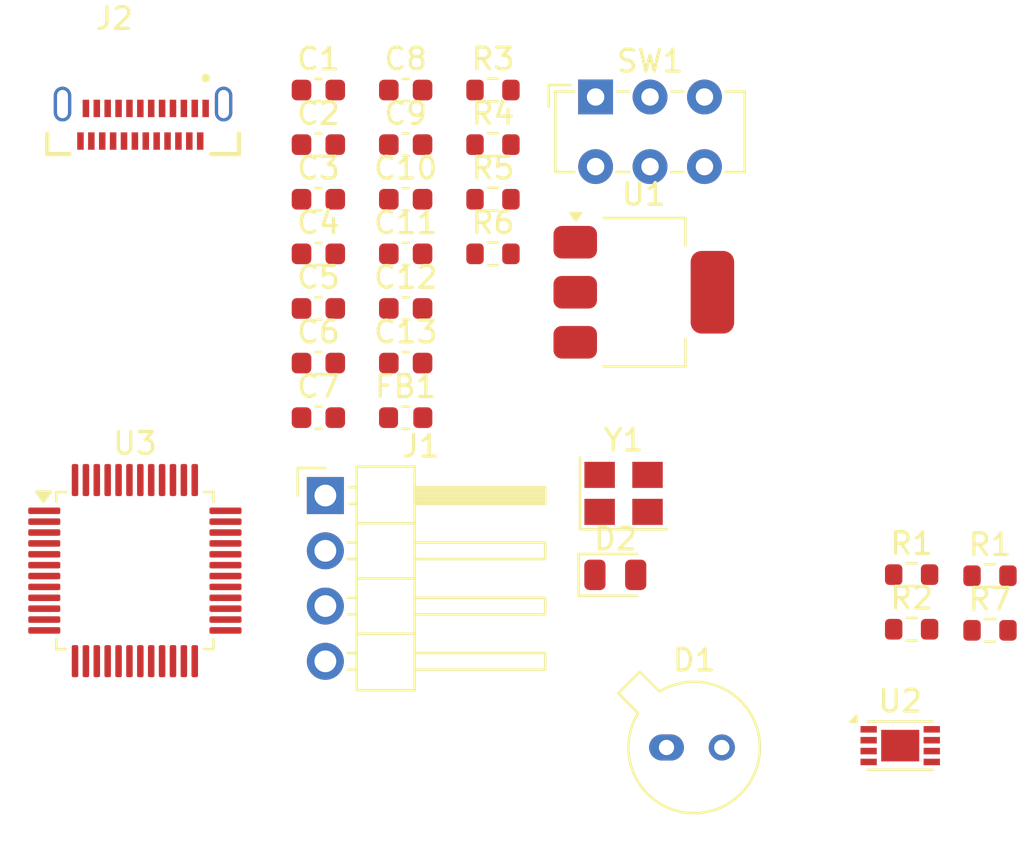
<source format=kicad_pcb>
(kicad_pcb (version 20240108) (generator "pcbnew") (generator_version "8.0")
  (layers (0 "F.Cu" signal) (31 "B.Cu" signal) (34 "B.Paste" user) (35 "F.Paste" user) (36 "B.SilkS" user "B.Silkscreen") (37 "F.SilkS" user "F.Silkscreen") (38 "B.Mask" user) (39 "F.Mask" user) (44 "Edge.Cuts" user))
  (net 0 "")
  (net 1 "VBUS")
  (net 2 "GND")
  (net 3 "+3V3")
  (net 4 "/NRST")
  (net 5 "/HSE_IN")
  (net 6 "/HSE_OUT")
  (net 7 "+3V3_A")
  (net 8 "/PWR_LED_K")
  (net 9 "/SWCLK")
  (net 10 "/SWDIO")
  (net 11 "/USB_D-")
  (net 12 "/USB_D+")
  (net 13 "/SW_BOOT0")
  (net 14 "/BOOT0")
  (net 15 "/I2C1_SDA_OLED")
  (net 16 "/I2C1_SCL_OLED")
  (net 17 "Net-(D1-K)")
  (net 28 "Net-(J2-CC1)")
  (net 38 "Net-(U2A--)")
  (net 39 "/hit_register")
  (net 67 "Net-(D3-K)")
  (net 68 "/hit_indicator")
  (footprint "Resistor_SMD:R_0603_1608Metric" (layer "F.Cu") (at 180.725 86.95)
    (property "Reference" "R7" (at 0 -1.43 0) (layer "F.SilkS"))
    (property "Value" "1M")
    (fp_line (start -0.237258 -0.5225) (end 0.237258 -0.5225) (stroke (width 0.12)) (layer "F.SilkS"))
    (fp_line (start -0.237258 0.5225) (end 0.237258 0.5225) (stroke (width 0.12)) (layer "F.SilkS"))
    (pad "1" smd roundrect (at -0.825 0) (size 0.8 0.95) (layers "F.Cu" "F.Paste" "F.Mask") (net 39 "/hit_register"))
    (pad "2" smd roundrect (at 0.825 0) (size 0.8 0.95) (layers "F.Cu" "F.Paste" "F.Mask") (net 17 "Net-(D1-K)"))
  )
  (footprint "Capacitor_SMD:C_0603_1608Metric" (layer "F.Cu") (at 153.8825 74.665)
    (property "Reference" "C13" (at 0 -1.43 0) (layer "F.SilkS"))
    (property "Value" "1uF")
    (fp_line (start -0.14058 -0.51) (end 0.14058 -0.51) (stroke (width 0.12)) (layer "F.SilkS"))
    (fp_line (start -0.14058 0.51) (end 0.14058 0.51) (stroke (width 0.12)) (layer "F.SilkS"))
    (pad "1" smd roundrect (at -0.775 0) (size 0.9 0.95) (layers "F.Cu" "F.Paste" "F.Mask") (net 3 "+3V3"))
    (pad "2" smd roundrect (at 0.775 0) (size 0.9 0.95) (layers "F.Cu" "F.Paste" "F.Mask") (net 2 "GND"))
  )
  (footprint "Capacitor_SMD:C_0603_1608Metric" (layer "F.Cu") (at 149.8725 67.135)
    (property "Reference" "C3" (at 0 -1.43 0) (layer "F.SilkS"))
    (property "Value" "10uF")
    (fp_line (start -0.14058 -0.51) (end 0.14058 -0.51) (stroke (width 0.12)) (layer "F.SilkS"))
    (fp_line (start -0.14058 0.51) (end 0.14058 0.51) (stroke (width 0.12)) (layer "F.SilkS"))
    (pad "1" smd roundrect (at -0.775 0) (size 0.9 0.95) (layers "F.Cu" "F.Paste" "F.Mask") (net 3 "+3V3"))
    (pad "2" smd roundrect (at 0.775 0) (size 0.9 0.95) (layers "F.Cu" "F.Paste" "F.Mask") (net 2 "GND"))
  )
  (footprint "Resistor_SMD:R_0603_1608Metric" (layer "F.Cu") (at 157.8925 67.135)
    (property "Reference" "R5" (at 0 -1.43 0) (layer "F.SilkS"))
    (property "Value" "1.5K")
    (fp_line (start -0.237258 -0.5225) (end 0.237258 -0.5225) (stroke (width 0.12)) (layer "F.SilkS"))
    (fp_line (start -0.237258 0.5225) (end 0.237258 0.5225) (stroke (width 0.12)) (layer "F.SilkS"))
    (pad "1" smd roundrect (at -0.825 0) (size 0.8 0.95) (layers "F.Cu" "F.Paste" "F.Mask") (net 12 "/USB_D+"))
    (pad "2" smd roundrect (at 0.825 0) (size 0.8 0.95) (layers "F.Cu" "F.Paste" "F.Mask") (net 3 "+3V3"))
  )
  (footprint "Capacitor_SMD:C_0603_1608Metric" (layer "F.Cu") (at 153.8825 72.155)
    (property "Reference" "C12" (at 0 -1.43 0) (layer "F.SilkS"))
    (property "Value" "1uF")
    (fp_line (start -0.14058 -0.51) (end 0.14058 -0.51) (stroke (width 0.12)) (layer "F.SilkS"))
    (fp_line (start -0.14058 0.51) (end 0.14058 0.51) (stroke (width 0.12)) (layer "F.SilkS"))
    (pad "1" smd roundrect (at -0.775 0) (size 0.9 0.95) (layers "F.Cu" "F.Paste" "F.Mask") (net 7 "+3V3_A"))
    (pad "2" smd roundrect (at 0.775 0) (size 0.9 0.95) (layers "F.Cu" "F.Paste" "F.Mask") (net 2 "GND"))
  )
  (footprint "Capacitor_SMD:C_0603_1608Metric" (layer "F.Cu") (at 153.8825 62.115)
    (property "Reference" "C8" (at 0 -1.43 0) (layer "F.SilkS"))
    (property "Value" "100nF")
    (fp_line (start -0.14058 -0.51) (end 0.14058 -0.51) (stroke (width 0.12)) (layer "F.SilkS"))
    (fp_line (start -0.14058 0.51) (end 0.14058 0.51) (stroke (width 0.12)) (layer "F.SilkS"))
    (pad "1" smd roundrect (at -0.775 0) (size 0.9 0.95) (layers "F.Cu" "F.Paste" "F.Mask") (net 3 "+3V3"))
    (pad "2" smd roundrect (at 0.775 0) (size 0.9 0.95) (layers "F.Cu" "F.Paste" "F.Mask") (net 2 "GND"))
  )
  (footprint "Capacitor_SMD:C_0603_1608Metric" (layer "F.Cu") (at 149.8725 72.155)
    (property "Reference" "C5" (at 0 -1.43 0) (layer "F.SilkS"))
    (property "Value" "10pF")
    (fp_line (start -0.14058 -0.51) (end 0.14058 -0.51) (stroke (width 0.12)) (layer "F.SilkS"))
    (fp_line (start -0.14058 0.51) (end 0.14058 0.51) (stroke (width 0.12)) (layer "F.SilkS"))
    (pad "1" smd roundrect (at -0.775 0) (size 0.9 0.95) (layers "F.Cu" "F.Paste" "F.Mask") (net 5 "/HSE_IN"))
    (pad "2" smd roundrect (at 0.775 0) (size 0.9 0.95) (layers "F.Cu" "F.Paste" "F.Mask") (net 2 "GND"))
  )
  (footprint "Inductor_SMD:L_0603_1608Metric" (layer "F.Cu") (at 153.8825 77.175)
    (property "Reference" "FB1" (at 0 -1.43 0) (layer "F.SilkS"))
    (property "Value" "120R")
    (fp_line (start -0.162779 -0.51) (end 0.162779 -0.51) (stroke (width 0.12)) (layer "F.SilkS"))
    (fp_line (start -0.162779 0.51) (end 0.162779 0.51) (stroke (width 0.12)) (layer "F.SilkS"))
    (pad "1" smd roundrect (at -0.7875 0) (size 0.875 0.95) (layers "F.Cu" "F.Paste" "F.Mask") (net 7 "+3V3_A"))
    (pad "2" smd roundrect (at 0.7875 0) (size 0.875 0.95) (layers "F.Cu" "F.Paste" "F.Mask") (net 3 "+3V3"))
  )
  (footprint "Resistor_SMD:R_0603_1608Metric" (layer "F.Cu") (at 157.8925 64.625)
    (property "Reference" "R4" (at 0 -1.43 0) (layer "F.SilkS"))
    (property "Value" "10K")
    (fp_line (start -0.237258 -0.5225) (end 0.237258 -0.5225) (stroke (width 0.12)) (layer "F.SilkS"))
    (fp_line (start -0.237258 0.5225) (end 0.237258 0.5225) (stroke (width 0.12)) (layer "F.SilkS"))
    (pad "1" smd roundrect (at -0.825 0) (size 0.8 0.95) (layers "F.Cu" "F.Paste" "F.Mask") (net 13 "/SW_BOOT0"))
    (pad "2" smd roundrect (at 0.825 0) (size 0.8 0.95) (layers "F.Cu" "F.Paste" "F.Mask") (net 14 "/BOOT0"))
  )
  (footprint "Button_Switch_THT:SW_E-Switch_EG1271_SPDT" (layer "F.Cu") (at 162.6075 62.435)
    (property "Reference" "SW1" (at 2.5 -1.65 0) (layer "F.SilkS"))
    (property "Value" "SW_SPDT")
    (fp_line (start -2.15 -0.55) (end -1.15 -0.55) (stroke (width 0.12)) (layer "F.SilkS"))
    (fp_line (start -2.15 0.45) (end -2.15 -0.55) (stroke (width 0.12)) (layer "F.SilkS"))
    (fp_line (start -1.85 -0.25) (end -1 -0.25) (stroke (width 0.12)) (layer "F.SilkS"))
    (fp_line (start -1.85 3.45) (end -1.85 -0.25) (stroke (width 0.12)) (layer "F.SilkS"))
    (fp_line (start -0.97 3.45) (end -1.85 3.45) (stroke (width 0.12)) (layer "F.SilkS"))
    (fp_line (start 1 -0.25) (end 1.53 -0.25) (stroke (width 0.12)) (layer "F.SilkS"))
    (fp_line (start 1.53 3.45) (end 0.97 3.45) (stroke (width 0.12)) (layer "F.SilkS"))
    (fp_line (start 3.47 -0.25) (end 4.03 -0.25) (stroke (width 0.12)) (layer "F.SilkS"))
    (fp_line (start 4.02 3.45) (end 3.47 3.45) (stroke (width 0.12)) (layer "F.SilkS"))
    (fp_line (start 5.97 -0.25) (end 6.85 -0.25) (stroke (width 0.12)) (layer "F.SilkS"))
    (fp_line (start 6.85 -0.25) (end 6.85 3.45) (stroke (width 0.12)) (layer "F.SilkS"))
    (fp_line (start 6.85 3.45) (end 5.98 3.45) (stroke (width 0.12)) (layer "F.SilkS"))
    (pad "1" thru_hole rect (at 0 0) (size 1.6 1.6) (drill 0.8) (layers "*.Cu" "*.Mask") (net 2 "GND"))
    (pad "2" thru_hole circle (at 2.5 0) (size 1.6 1.6) (drill 0.8) (layers "*.Cu" "*.Mask") (net 13 "/SW_BOOT0"))
    (pad "3" thru_hole circle (at 5 0) (size 1.6 1.6) (drill 0.8) (layers "*.Cu" "*.Mask") (net 3 "+3V3"))
    (pad "4" thru_hole circle (at 0 3.2) (size 1.6 1.6) (drill 0.8) (layers "*.Cu" "*.Mask"))
    (pad "5" thru_hole circle (at 2.5 3.2) (size 1.6 1.6) (drill 0.8) (layers "*.Cu" "*.Mask"))
    (pad "6" thru_hole circle (at 5 3.2) (size 1.6 1.6) (drill 0.8) (layers "*.Cu" "*.Mask"))
  )
  (footprint "Package_QFP:LQFP-48_7x7mm_P0.5mm" (layer "F.Cu") (at 141.4425 84.205)
    (property "Reference" "U3" (at 0 -5.85 0) (layer "F.SilkS"))
    (property "Value" "STM32F103C8T6")
    (fp_line (start -3.61 -3.61) (end -3.61 -3.16) (stroke (width 0.12)) (layer "F.SilkS"))
    (fp_line (start -3.61 3.61) (end -3.61 3.16) (stroke (width 0.12)) (layer "F.SilkS"))
    (fp_line (start -3.16 -3.61) (end -3.61 -3.61) (stroke (width 0.12)) (layer "F.SilkS"))
    (fp_line (start -3.16 3.61) (end -3.61 3.61) (stroke (width 0.12)) (layer "F.SilkS"))
    (fp_line (start 3.16 -3.61) (end 3.61 -3.61) (stroke (width 0.12)) (layer "F.SilkS"))
    (fp_line (start 3.16 3.61) (end 3.61 3.61) (stroke (width 0.12)) (layer "F.SilkS"))
    (fp_line (start 3.61 -3.61) (end 3.61 -3.16) (stroke (width 0.12)) (layer "F.SilkS"))
    (fp_line (start 3.61 3.61) (end 3.61 3.16) (stroke (width 0.12)) (layer "F.SilkS"))
    (fp_poly (pts (xy -4.2 -3.16) (xy -4.54 -3.63) (xy -3.86 -3.63) (xy -4.2 -3.16)) (stroke (width 0.12)) (fill solid) (layer "F.SilkS"))
    (pad "1" smd roundrect (at -4.1625 -2.75) (size 1.475 0.3) (layers "F.Cu" "F.Paste" "F.Mask") (net 3 "+3V3"))
    (pad "2" smd roundrect (at -4.1625 -2.25) (size 1.475 0.3) (layers "F.Cu" "F.Paste" "F.Mask"))
    (pad "3" smd roundrect (at -4.1625 -1.75) (size 1.475 0.3) (layers "F.Cu" "F.Paste" "F.Mask"))
    (pad "4" smd roundrect (at -4.1625 -1.25) (size 1.475 0.3) (layers "F.Cu" "F.Paste" "F.Mask"))
    (pad "5" smd roundrect (at -4.1625 -0.75) (size 1.475 0.3) (layers "F.Cu" "F.Paste" "F.Mask") (net 5 "/HSE_IN"))
    (pad "6" smd roundrect (at -4.1625 -0.25) (size 1.475 0.3) (layers "F.Cu" "F.Paste" "F.Mask") (net 6 "/HSE_OUT"))
    (pad "7" smd roundrect (at -4.1625 0.25) (size 1.475 0.3) (layers "F.Cu" "F.Paste" "F.Mask") (net 4 "/NRST"))
    (pad "8" smd roundrect (at -4.1625 0.75) (size 1.475 0.3) (layers "F.Cu" "F.Paste" "F.Mask") (net 2 "GND"))
    (pad "9" smd roundrect (at -4.1625 1.25) (size 1.475 0.3) (layers "F.Cu" "F.Paste" "F.Mask") (net 7 "+3V3_A"))
    (pad "10" smd roundrect (at -4.1625 1.75) (size 1.475 0.3) (layers "F.Cu" "F.Paste" "F.Mask") (net 39 "/hit_register"))
    (pad "11" smd roundrect (at -4.1625 2.25) (size 1.475 0.3) (layers "F.Cu" "F.Paste" "F.Mask"))
    (pad "12" smd roundrect (at -4.1625 2.75) (size 1.475 0.3) (layers "F.Cu" "F.Paste" "F.Mask"))
    (pad "13" smd roundrect (at -2.75 4.1625) (size 0.3 1.475) (layers "F.Cu" "F.Paste" "F.Mask"))
    (pad "14" smd roundrect (at -2.25 4.1625) (size 0.3 1.475) (layers "F.Cu" "F.Paste" "F.Mask"))
    (pad "15" smd roundrect (at -1.75 4.1625) (size 0.3 1.475) (layers "F.Cu" "F.Paste" "F.Mask"))
    (pad "16" smd roundrect (at -1.25 4.1625) (size 0.3 1.475) (layers "F.Cu" "F.Paste" "F.Mask"))
    (pad "17" smd roundrect (at -0.75 4.1625) (size 0.3 1.475) (layers "F.Cu" "F.Paste" "F.Mask"))
    (pad "18" smd roundrect (at -0.25 4.1625) (size 0.3 1.475) (layers "F.Cu" "F.Paste" "F.Mask") (net 68 "/hit_indicator"))
    (pad "19" smd roundrect (at 0.25 4.1625) (size 0.3 1.475) (layers "F.Cu" "F.Paste" "F.Mask"))
    (pad "20" smd roundrect (at 0.75 4.1625) (size 0.3 1.475) (layers "F.Cu" "F.Paste" "F.Mask"))
    (pad "21" smd roundrect (at 1.25 4.1625) (size 0.3 1.475) (layers "F.Cu" "F.Paste" "F.Mask"))
    (pad "22" smd roundrect (at 1.75 4.1625) (size 0.3 1.475) (layers "F.Cu" "F.Paste" "F.Mask"))
    (pad "23" smd roundrect (at 2.25 4.1625) (size 0.3 1.475) (layers "F.Cu" "F.Paste" "F.Mask") (net 2 "GND"))
    (pad "24" smd roundrect (at 2.75 4.1625) (size 0.3 1.475) (layers "F.Cu" "F.Paste" "F.Mask") (net 3 "+3V3"))
    (pad "25" smd roundrect (at 4.1625 2.75) (size 1.475 0.3) (layers "F.Cu" "F.Paste" "F.Mask"))
    (pad "26" smd roundrect (at 4.1625 2.25) (size 1.475 0.3) (layers "F.Cu" "F.Paste" "F.Mask"))
    (pad "27" smd roundrect (at 4.1625 1.75) (size 1.475 0.3) (layers "F.Cu" "F.Paste" "F.Mask"))
    (pad "28" smd roundrect (at 4.1625 1.25) (size 1.475 0.3) (layers "F.Cu" "F.Paste" "F.Mask"))
    (pad "29" smd roundrect (at 4.1625 0.75) (size 1.475 0.3) (layers "F.Cu" "F.Paste" "F.Mask"))
    (pad "30" smd roundrect (at 4.1625 0.25) (size 1.475 0.3) (layers "F.Cu" "F.Paste" "F.Mask"))
    (pad "31" smd roundrect (at 4.1625 -0.25) (size 1.475 0.3) (layers "F.Cu" "F.Paste" "F.Mask"))
    (pad "32" smd roundrect (at 4.1625 -0.75) (size 1.475 0.3) (layers "F.Cu" "F.Paste" "F.Mask") (net 11 "/USB_D-"))
    (pad "33" smd roundrect (at 4.1625 -1.25) (size 1.475 0.3) (layers "F.Cu" "F.Paste" "F.Mask") (net 12 "/USB_D+"))
    (pad "34" smd roundrect (at 4.1625 -1.75) (size 1.475 0.3) (layers "F.Cu" "F.Paste" "F.Mask") (net 10 "/SWDIO"))
    (pad "35" smd roundrect (at 4.1625 -2.25) (size 1.475 0.3) (layers "F.Cu" "F.Paste" "F.Mask") (net 2 "GND"))
    (pad "36" smd roundrect (at 4.1625 -2.75) (size 1.475 0.3) (layers "F.Cu" "F.Paste" "F.Mask") (net 3 "+3V3"))
    (pad "37" smd roundrect (at 2.75 -4.1625) (size 0.3 1.475) (layers "F.Cu" "F.Paste" "F.Mask") (net 9 "/SWCLK"))
    (pad "38" smd roundrect (at 2.25 -4.1625) (size 0.3 1.475) (layers "F.Cu" "F.Paste" "F.Mask"))
    (pad "39" smd roundrect (at 1.75 -4.1625) (size 0.3 1.475) (layers "F.Cu" "F.Paste" "F.Mask"))
    (pad "40" smd roundrect (at 1.25 -4.1625) (size 0.3 1.475) (layers "F.Cu" "F.Paste" "F.Mask"))
    (pad "41" smd roundrect (at 0.75 -4.1625) (size 0.3 1.475) (layers "F.Cu" "F.Paste" "F.Mask"))
    (pad "42" smd roundrect (at 0.25 -4.1625) (size 0.3 1.475) (layers "F.Cu" "F.Paste" "F.Mask") (net 16 "/I2C1_SCL_OLED"))
    (pad "43" smd roundrect (at -0.25 -4.1625) (size 0.3 1.475) (layers "F.Cu" "F.Paste" "F.Mask") (net 15 "/I2C1_SDA_OLED"))
    (pad "44" smd roundrect (at -0.75 -4.1625) (size 0.3 1.475) (layers "F.Cu" "F.Paste" "F.Mask") (net 14 "/BOOT0"))
    (pad "45" smd roundrect (at -1.25 -4.1625) (size 0.3 1.475) (layers "F.Cu" "F.Paste" "F.Mask"))
    (pad "46" smd roundrect (at -1.75 -4.1625) (size 0.3 1.475) (layers "F.Cu" "F.Paste" "F.Mask"))
    (pad "47" smd roundrect (at -2.25 -4.1625) (size 0.3 1.475) (layers "F.Cu" "F.Paste" "F.Mask") (net 2 "GND"))
    (pad "48" smd roundrect (at -2.75 -4.1625) (size 0.3 1.475) (layers "F.Cu" "F.Paste" "F.Mask") (net 3 "+3V3"))
  )
  (footprint "Connector_PinHeader_2.54mm:PinHeader_1x04_P2.54mm_Horizontal" (layer "F.Cu") (at 150.1925 80.755)
    (property "Reference" "J1" (at 4.385 -2.27 0) (layer "F.SilkS"))
    (property "Value" "Conn_01x04_Pin")
    (fp_line (start -1.27 -1.27) (end 0 -1.27) (stroke (width 0.12)) (layer "F.SilkS"))
    (fp_line (start -1.27 0) (end -1.27 -1.27) (stroke (width 0.12)) (layer "F.SilkS"))
    (fp_line (start 1.042929 2.16) (end 1.44 2.16) (stroke (width 0.12)) (layer "F.SilkS"))
    (fp_line (start 1.042929 2.92) (end 1.44 2.92) (stroke (width 0.12)) (layer "F.SilkS"))
    (fp_line (start 1.042929 4.7) (end 1.44 4.7) (stroke (width 0.12)) (layer "F.SilkS"))
    (fp_line (start 1.042929 5.46) (end 1.44 5.46) (stroke (width 0.12)) (layer "F.SilkS"))
    (fp_line (start 1.042929 7.24) (end 1.44 7.24) (stroke (width 0.12)) (layer "F.SilkS"))
    (fp_line (start 1.042929 8) (end 1.44 8) (stroke (width 0.12)) (layer "F.SilkS"))
    (fp_line (start 1.11 -0.38) (end 1.44 -0.38) (stroke (width 0.12)) (layer "F.SilkS"))
    (fp_line (start 1.11 0.38) (end 1.44 0.38) (stroke (width 0.12)) (layer "F.SilkS"))
    (fp_line (start 1.44 -1.33) (end 1.44 8.95) (stroke (width 0.12)) (layer "F.SilkS"))
    (fp_line (start 1.44 1.27) (end 4.1 1.27) (stroke (width 0.12)) (layer "F.SilkS"))
    (fp_line (start 1.44 3.81) (end 4.1 3.81) (stroke (width 0.12)) (layer "F.SilkS"))
    (fp_line (start 1.44 6.35) (end 4.1 6.35) (stroke (width 0.12)) (layer "F.SilkS"))
    (fp_line (start 1.44 8.95) (end 4.1 8.95) (stroke (width 0.12)) (layer "F.SilkS"))
    (fp_line (start 4.1 -1.33) (end 1.44 -1.33) (stroke (width 0.12)) (layer "F.SilkS"))
    (fp_line (start 4.1 -0.38) (end 10.1 -0.38) (stroke (width 0.12)) (layer "F.SilkS"))
    (fp_line (start 4.1 -0.32) (end 10.1 -0.32) (stroke (width 0.12)) (layer "F.SilkS"))
    (fp_line (start 4.1 -0.2) (end 10.1 -0.2) (stroke (width 0.12)) (layer "F.SilkS"))
    (fp_line (start 4.1 -0.08) (end 10.1 -0.08) (stroke (width 0.12)) (layer "F.SilkS"))
    (fp_line (start 4.1 0.04) (end 10.1 0.04) (stroke (width 0.12)) (layer "F.SilkS"))
    (fp_line (start 4.1 0.16) (end 10.1 0.16) (stroke (width 0.12)) (layer "F.SilkS"))
    (fp_line (start 4.1 0.28) (end 10.1 0.28) (stroke (width 0.12)) (layer "F.SilkS"))
    (fp_line (start 4.1 2.16) (end 10.1 2.16) (stroke (width 0.12)) (layer "F.SilkS"))
    (fp_line (start 4.1 4.7) (end 10.1 4.7) (stroke (width 0.12)) (layer "F.SilkS"))
    (fp_line (start 4.1 7.24) (end 10.1 7.24) (stroke (width 0.12)) (layer "F.SilkS"))
    (fp_line (start 4.1 8.95) (end 4.1 -1.33) (stroke (width 0.12)) (layer "F.SilkS"))
    (fp_line (start 10.1 -0.38) (end 10.1 0.38) (stroke (width 0.12)) (layer "F.SilkS"))
    (fp_line (start 10.1 0.38) (end 4.1 0.38) (stroke (width 0.12)) (layer "F.SilkS"))
    (fp_line (start 10.1 2.16) (end 10.1 2.92) (stroke (width 0.12)) (layer "F.SilkS"))
    (fp_line (start 10.1 2.92) (end 4.1 2.92) (stroke (width 0.12)) (layer "F.SilkS"))
    (fp_line (start 10.1 4.7) (end 10.1 5.46) (stroke (width 0.12)) (layer "F.SilkS"))
    (fp_line (start 10.1 5.46) (end 4.1 5.46) (stroke (width 0.12)) (layer "F.SilkS"))
    (fp_line (start 10.1 7.24) (end 10.1 8) (stroke (width 0.12)) (layer "F.SilkS"))
    (fp_line (start 10.1 8) (end 4.1 8) (stroke (width 0.12)) (layer "F.SilkS"))
    (pad "1" thru_hole rect (at 0 0) (size 1.7 1.7) (drill 1) (layers "*.Cu" "*.Mask") (net 3 "+3V3"))
    (pad "2" thru_hole oval (at 0 2.54) (size 1.7 1.7) (drill 1) (layers "*.Cu" "*.Mask") (net 10 "/SWDIO"))
    (pad "3" thru_hole oval (at 0 5.08) (size 1.7 1.7) (drill 1) (layers "*.Cu" "*.Mask") (net 9 "/SWCLK"))
    (pad "4" thru_hole oval (at 0 7.62) (size 1.7 1.7) (drill 1) (layers "*.Cu" "*.Mask") (net 2 "GND"))
  )
  (footprint "Package_TO_SOT_THT:TO-18-2_Lens" (layer "F.Cu") (at 165.864724 92.334724)
    (property "Reference" "D1" (at 1.27 -4.02 0) (layer "F.SilkS"))
    (property "Value" "BPX65")
    (fp_line (start -2.214448 -2.494499) (end -1.302281 -1.582331) (stroke (width 0.12)) (layer "F.SilkS"))
    (fp_line (start -1.224499 -3.484448) (end -2.214448 -2.494499) (stroke (width 0.12)) (layer "F.SilkS"))
    (fp_line (start -0.312331 -2.572281) (end -1.224499 -3.484448) (stroke (width 0.12)) (layer "F.SilkS"))
    (fp_arc (start -0.312331 -2.572281) (mid 3.405374 2.135551) (end -1.30215 -1.582544) (stroke (width 0.12)) (layer "F.SilkS"))
    (pad "1" thru_hole oval (at 0 0) (size 1.6 1.2) (drill 0.7) (layers "*.Cu" "*.Mask") (net 17 "Net-(D1-K)"))
    (pad "2" thru_hole oval (at 2.54 0) (size 1.2 1.2) (drill 0.7) (layers "*.Cu" "*.Mask") (net 2 "GND"))
  )
  (footprint "Capacitor_SMD:C_0603_1608Metric" (layer "F.Cu") (at 149.8725 69.645)
    (property "Reference" "C4" (at 0 -1.43 0) (layer "F.SilkS"))
    (property "Value" "100nF")
    (fp_line (start -0.14058 -0.51) (end 0.14058 -0.51) (stroke (width 0.12)) (layer "F.SilkS"))
    (fp_line (start -0.14058 0.51) (end 0.14058 0.51) (stroke (width 0.12)) (layer "F.SilkS"))
    (pad "1" smd roundrect (at -0.775 0) (size 0.9 0.95) (layers "F.Cu" "F.Paste" "F.Mask") (net 4 "/NRST"))
    (pad "2" smd roundrect (at 0.775 0) (size 0.9 0.95) (layers "F.Cu" "F.Paste" "F.Mask") (net 2 "GND"))
  )
  (footprint "USB4155-03-C_REVA:GCT_USB4155-03-C_REVA" (layer "F.Cu") (at 141.8175 63.71)
    (property "Reference" "J2" (at -1.325 -4.885 0) (layer "F.SilkS"))
    (property "Value" "USB4155-03-C_REVA")
    (fp_line (start -4.4 1.35) (end -4.4 0.4) (stroke (width 0.2)) (layer "F.SilkS"))
    (fp_line (start -4.4 1.35) (end -3.375 1.35) (stroke (width 0.2)) (layer "F.SilkS"))
    (fp_line (start 3.125 1.35) (end 4.4 1.35) (stroke (width 0.2)) (layer "F.SilkS"))
    (fp_line (start 4.4 1.35) (end 4.4 0.4) (stroke (width 0.2)) (layer "F.SilkS"))
    (fp_circle (center 2.875 -2.15) (end 2.975 -2.15) (stroke (width 0.2)) (fill none) (layer "F.SilkS"))
    (pad "A1" smd rect (at 2.875 -0.75) (size 0.3 0.8) (layers "F.Cu" "F.Paste" "F.Mask") (net 2 "GND"))
    (pad "A2" smd rect (at 2.375 -0.75) (size 0.3 0.8) (layers "F.Cu" "F.Paste" "F.Mask"))
    (pad "A3" smd rect (at 1.875 -0.75) (size 0.3 0.8) (layers "F.Cu" "F.Paste" "F.Mask"))
    (pad "A4" smd rect (at 1.375 -0.75) (size 0.3 0.8) (layers "F.Cu" "F.Paste" "F.Mask") (net 1 "VBUS"))
    (pad "A5" smd rect (at 0.875 -0.75) (size 0.3 0.8) (layers "F.Cu" "F.Paste" "F.Mask") (net 28 "Net-(J2-CC1)"))
    (pad "A6" smd rect (at 0.375 -0.75) (size 0.3 0.8) (layers "F.Cu" "F.Paste" "F.Mask") (net 12 "/USB_D+"))
    (pad "A7" smd rect (at -0.125 -0.75) (size 0.3 0.8) (layers "F.Cu" "F.Paste" "F.Mask") (net 11 "/USB_D-"))
    (pad "A8" smd rect (at -0.625 -0.75) (size 0.3 0.8) (layers "F.Cu" "F.Paste" "F.Mask"))
    (pad "A9" smd rect (at -1.125 -0.75) (size 0.3 0.8) (layers "F.Cu" "F.Paste" "F.Mask") (net 1 "VBUS"))
    (pad "A10" smd rect (at -1.625 -0.75) (size 0.3 0.8) (layers "F.Cu" "F.Paste" "F.Mask"))
    (pad "A11" smd rect (at -2.125 -0.75) (size 0.3 0.8) (layers "F.Cu" "F.Paste" "F.Mask"))
    (pad "A12" smd rect (at -2.625 -0.75) (size 0.3 0.8) (layers "F.Cu" "F.Paste" "F.Mask") (net 2 "GND"))
    (pad "B1" smd rect (at -2.875 0.75) (size 0.3 0.8) (layers "F.Cu" "F.Paste" "F.Mask"))
    (pad "B2" smd rect (at -2.375 0.75) (size 0.3 0.8) (layers "F.Cu" "F.Paste" "F.Mask"))
    (pad "B3" smd rect (at -1.875 0.75) (size 0.3 0.8) (layers "F.Cu" "F.Paste" "F.Mask"))
    (pad "B4" smd rect (at -1.375 0.75) (size 0.3 0.8) (layers "F.Cu" "F.Paste" "F.Mask"))
    (pad "B5" smd rect (at -0.875 0.75) (size 0.3 0.8) (layers "F.Cu" "F.Paste" "F.Mask"))
    (pad "B6" smd rect (at -0.375 0.75) (size 0.3 0.8) (layers "F.Cu" "F.Paste" "F.Mask"))
    (pad "B7" smd rect (at 0.125 0.75) (size 0.3 0.8) (layers "F.Cu" "F.Paste" "F.Mask"))
    (pad "B8" smd rect (at 0.625 0.75) (size 0.3 0.8) (layers "F.Cu" "F.Paste" "F.Mask"))
    (pad "B9" smd rect (at 1.125 0.75) (size 0.3 0.8) (layers "F.Cu" "F.Paste" "F.Mask"))
    (pad "B10" smd rect (at 1.625 0.75) (size 0.3 0.8) (layers "F.Cu" "F.Paste" "F.Mask"))
    (pad "B11" smd rect (at 2.125 0.75) (size 0.3 0.8) (layers "F.Cu" "F.Paste" "F.Mask"))
    (pad "B12" smd rect (at 2.625 0.75) (size 0.3 0.8) (layers "F.Cu" "F.Paste" "F.Mask"))
    (pad "S1" thru_hole oval (at -3.7 -0.95) (size 0.8 1.6) (drill oval 0.5 1.3) (layers "*.Cu"))
    (pad "S2" thru_hole oval (at 3.7 -0.95) (size 0.8 1.6) (drill oval 0.5 1.3) (layers "*.Cu"))
  )
  (footprint "Resistor_SMD:R_0603_1608Metric" (layer "F.Cu") (at 157.8925 69.645)
    (property "Reference" "R6" (at 0 -1.43 0) (layer "F.SilkS"))
    (property "Value" "5.1K")
    (fp_line (start -0.237258 -0.5225) (end 0.237258 -0.5225) (stroke (width 0.12)) (layer "F.SilkS"))
    (fp_line (start -0.237258 0.5225) (end 0.237258 0.5225) (stroke (width 0.12)) (layer "F.SilkS"))
    (pad "1" smd roundrect (at -0.825 0) (size 0.8 0.95) (layers "F.Cu" "F.Paste" "F.Mask") (net 2 "GND"))
    (pad "2" smd roundrect (at 0.825 0) (size 0.8 0.95) (layers "F.Cu" "F.Paste" "F.Mask") (net 28 "Net-(J2-CC1)"))
  )
  (footprint "Resistor_SMD:R_0603_1608Metric" (layer "F.Cu") (at 177.125 86.9)
    (property "Reference" "R2" (at 0 -1.43 0) (layer "F.SilkS"))
    (property "Value" "1.5K")
    (fp_line (start -0.237258 -0.5225) (end 0.237258 -0.5225) (stroke (width 0.12)) (layer "F.SilkS"))
    (fp_line (start -0.237258 0.5225) (end 0.237258 0.5225) (stroke (width 0.12)) (layer "F.SilkS"))
    (pad "1" smd roundrect (at -0.825 0) (size 0.8 0.95) (layers "F.Cu" "F.Paste" "F.Mask") (net 38 "Net-(U2A--)"))
    (pad "2" smd roundrect (at 0.825 0) (size 0.8 0.95) (layers "F.Cu" "F.Paste" "F.Mask") (net 2 "GND"))
  )
  (footprint "Resistor_SMD:R_0603_1608Metric" (layer "F.Cu") (at 177.125 84.39)
    (property "Reference" "R1" (at 0 -1.43 0) (layer "F.SilkS"))
    (property "Value" "1.5K")
    (fp_line (start -0.237258 -0.5225) (end 0.237258 -0.5225) (stroke (width 0.12)) (layer "F.SilkS"))
    (fp_line (start -0.237258 0.5225) (end 0.237258 0.5225) (stroke (width 0.12)) (layer "F.SilkS"))
    (pad "1" smd roundrect (at -0.825 0) (size 0.8 0.95) (layers "F.Cu" "F.Paste" "F.Mask") (net 39 "/hit_register"))
    (pad "2" smd roundrect (at 0.825 0) (size 0.8 0.95) (layers "F.Cu" "F.Paste" "F.Mask") (net 38 "Net-(U2A--)"))
  )
  (footprint "Resistor_SMD:R_0603_1608Metric" (layer "F.Cu") (at 180.725 84.44)
    (property "Reference" "R1" (at 0 -1.43 0) (layer "F.SilkS"))
    (property "Value" "1M")
    (fp_line (start -0.237258 -0.5225) (end 0.237258 -0.5225) (stroke (width 0.12)) (layer "F.SilkS"))
    (fp_line (start -0.237258 0.5225) (end 0.237258 0.5225) (stroke (width 0.12)) (layer "F.SilkS"))
    (pad "1" smd roundrect (at -0.825 0) (size 0.8 0.95) (layers "F.Cu" "F.Paste" "F.Mask") (net 67 "Net-(D3-K)"))
    (pad "2" smd roundrect (at 0.825 0) (size 0.8 0.95) (layers "F.Cu" "F.Paste" "F.Mask") (net 2 "GND"))
  )
  (footprint "Package_DFN_QFN:DFN-8-1EP_3x2mm_P0.5mm_EP1.75x1.45mm" (layer "F.Cu") (at 176.6 92.25)
    (property "Reference" "U2" (at 0 -2.05 0) (layer "F.SilkS"))
    (property "Value" "MCP6002-xMC")
    (fp_line (start -1.5 -1.11) (end 1.5 -1.11) (stroke (width 0.12)) (layer "F.SilkS"))
    (fp_line (start -1.5 1.11) (end 1.5 1.11) (stroke (width 0.12)) (layer "F.SilkS"))
    (fp_poly (pts (xy -2.01 -1.09) (xy -2.29 -1.09) (xy -2.01 -1.37) (xy -2.01 -1.09)) (stroke (width 0.12)) (fill solid) (layer "F.SilkS"))
    (pad "1" smd rect (at -1.45 -0.75) (size 0.75 0.3) (layers "F.Cu" "F.Paste" "F.Mask") (net 39 "/hit_register"))
    (pad "2" smd rect (at -1.45 -0.25) (size 0.75 0.3) (layers "F.Cu" "F.Paste" "F.Mask") (net 38 "Net-(U2A--)"))
    (pad "3" smd rect (at -1.45 0.25) (size 0.75 0.3) (layers "F.Cu" "F.Paste" "F.Mask") (net 17 "Net-(D1-K)"))
    (pad "4" smd rect (at -1.45 0.75) (size 0.75 0.3) (layers "F.Cu" "F.Paste" "F.Mask"))
    (pad "5" smd rect (at 1.45 0.75) (size 0.75 0.3) (layers "F.Cu" "F.Paste" "F.Mask"))
    (pad "6" smd rect (at 1.45 0.25) (size 0.75 0.3) (layers "F.Cu" "F.Paste" "F.Mask"))
    (pad "7" smd rect (at 1.45 -0.25) (size 0.75 0.3) (layers "F.Cu" "F.Paste" "F.Mask"))
    (pad "8" smd rect (at 1.45 -0.75) (size 0.75 0.3) (layers "F.Cu" "F.Paste" "F.Mask"))
    (pad "9" smd rect (at 0 0) (size 1.75 1.45) (layers "F.Cu" "F.Mask"))
  )
  (footprint "Capacitor_SMD:C_0603_1608Metric" (layer "F.Cu") (at 149.8725 77.175)
    (property "Reference" "C7" (at 0 -1.43 0) (layer "F.SilkS"))
    (property "Value" "10pF")
    (fp_line (start -0.14058 -0.51) (end 0.14058 -0.51) (stroke (width 0.12)) (layer "F.SilkS"))
    (fp_line (start -0.14058 0.51) (end 0.14058 0.51) (stroke (width 0.12)) (layer "F.SilkS"))
    (pad "1" smd roundrect (at -0.775 0) (size 0.9 0.95) (layers "F.Cu" "F.Paste" "F.Mask") (net 6 "/HSE_OUT"))
    (pad "2" smd roundrect (at 0.775 0) (size 0.9 0.95) (layers "F.Cu" "F.Paste" "F.Mask") (net 2 "GND"))
  )
  (footprint "Capacitor_SMD:C_0603_1608Metric" (layer "F.Cu") (at 149.8725 62.115)
    (property "Reference" "C1" (at 0 -1.43 0) (layer "F.SilkS"))
    (property "Value" "22uF")
    (fp_line (start -0.14058 -0.51) (end 0.14058 -0.51) (stroke (width 0.12)) (layer "F.SilkS"))
    (fp_line (start -0.14058 0.51) (end 0.14058 0.51) (stroke (width 0.12)) (layer "F.SilkS"))
    (pad "1" smd roundrect (at -0.775 0) (size 0.9 0.95) (layers "F.Cu" "F.Paste" "F.Mask") (net 1 "VBUS"))
    (pad "2" smd roundrect (at 0.775 0) (size 0.9 0.95) (layers "F.Cu" "F.Paste" "F.Mask") (net 2 "GND"))
  )
  (footprint "Resistor_SMD:R_0603_1608Metric" (layer "F.Cu") (at 157.8925 62.115)
    (property "Reference" "R3" (at 0 -1.43 0) (layer "F.SilkS"))
    (property "Value" "1.5K")
    (fp_line (start -0.237258 -0.5225) (end 0.237258 -0.5225) (stroke (width 0.12)) (layer "F.SilkS"))
    (fp_line (start -0.237258 0.5225) (end 0.237258 0.5225) (stroke (width 0.12)) (layer "F.SilkS"))
    (pad "1" smd roundrect (at -0.825 0) (size 0.8 0.95) (layers "F.Cu" "F.Paste" "F.Mask") (net 2 "GND"))
    (pad "2" smd roundrect (at 0.825 0) (size 0.8 0.95) (layers "F.Cu" "F.Paste" "F.Mask") (net 8 "/PWR_LED_K"))
  )
  (footprint "Capacitor_SMD:C_0603_1608Metric" (layer "F.Cu") (at 149.8725 74.665)
    (property "Reference" "C6" (at 0 -1.43 0) (layer "F.SilkS"))
    (property "Value" "100nF")
    (fp_line (start -0.14058 -0.51) (end 0.14058 -0.51) (stroke (width 0.12)) (layer "F.SilkS"))
    (fp_line (start -0.14058 0.51) (end 0.14058 0.51) (stroke (width 0.12)) (layer "F.SilkS"))
    (pad "1" smd roundrect (at -0.775 0) (size 0.9 0.95) (layers "F.Cu" "F.Paste" "F.Mask") (net 3 "+3V3"))
    (pad "2" smd roundrect (at 0.775 0) (size 0.9 0.95) (layers "F.Cu" "F.Paste" "F.Mask") (net 2 "GND"))
  )
  (footprint "Capacitor_SMD:C_0603_1608Metric" (layer "F.Cu") (at 153.8825 67.135)
    (property "Reference" "C10" (at 0 -1.43 0) (layer "F.SilkS"))
    (property "Value" "100nF")
    (fp_line (start -0.14058 -0.51) (end 0.14058 -0.51) (stroke (width 0.12)) (layer "F.SilkS"))
    (fp_line (start -0.14058 0.51) (end 0.14058 0.51) (stroke (width 0.12)) (layer "F.SilkS"))
    (pad "1" smd roundrect (at -0.775 0) (size 0.9 0.95) (layers "F.Cu" "F.Paste" "F.Mask") (net 3 "+3V3"))
    (pad "2" smd roundrect (at 0.775 0) (size 0.9 0.95) (layers "F.Cu" "F.Paste" "F.Mask") (net 2 "GND"))
  )
  (footprint "Capacitor_SMD:C_0603_1608Metric" (layer "F.Cu") (at 153.8825 64.625)
    (property "Reference" "C9" (at 0 -1.43 0) (layer "F.SilkS"))
    (property "Value" "100nF")
    (fp_line (start -0.14058 -0.51) (end 0.14058 -0.51) (stroke (width 0.12)) (layer "F.SilkS"))
    (fp_line (start -0.14058 0.51) (end 0.14058 0.51) (stroke (width 0.12)) (layer "F.SilkS"))
    (pad "1" smd roundrect (at -0.775 0) (size 0.9 0.95) (layers "F.Cu" "F.Paste" "F.Mask") (net 3 "+3V3"))
    (pad "2" smd roundrect (at 0.775 0) (size 0.9 0.95) (layers "F.Cu" "F.Paste" "F.Mask") (net 2 "GND"))
  )
  (footprint "Capacitor_SMD:C_0603_1608Metric" (layer "F.Cu") (at 149.8725 64.625)
    (property "Reference" "C2" (at 0 -1.43 0) (layer "F.SilkS"))
    (property "Value" "22uF")
    (fp_line (start -0.14058 -0.51) (end 0.14058 -0.51) (stroke (width 0.12)) (layer "F.SilkS"))
    (fp_line (start -0.14058 0.51) (end 0.14058 0.51) (stroke (width 0.12)) (layer "F.SilkS"))
    (pad "1" smd roundrect (at -0.775 0) (size 0.9 0.95) (layers "F.Cu" "F.Paste" "F.Mask") (net 3 "+3V3"))
    (pad "2" smd roundrect (at 0.775 0) (size 0.9 0.95) (layers "F.Cu" "F.Paste" "F.Mask") (net 2 "GND"))
  )
  (footprint "Package_TO_SOT_SMD:SOT-223-3_TabPin2" (layer "F.Cu") (at 164.8225 71.41)
    (property "Reference" "U1" (at 0 -4.5 0) (layer "F.SilkS"))
    (property "Value" "AMS1117-3.3")
    (fp_line (start -1.85 -3.41) (end 1.91 -3.41) (stroke (width 0.12)) (layer "F.SilkS"))
    (fp_line (start -1.85 3.41) (end 1.91 3.41) (stroke (width 0.12)) (layer "F.SilkS"))
    (fp_line (start 1.91 -3.41) (end 1.91 -2.15) (stroke (width 0.12)) (layer "F.SilkS"))
    (fp_line (start 1.91 3.41) (end 1.91 2.15) (stroke (width 0.12)) (layer "F.SilkS"))
    (fp_poly (pts (xy -3.13 -3.31) (xy -3.37 -3.64) (xy -2.89 -3.64) (xy -3.13 -3.31)) (stroke (width 0.12)) (fill solid) (layer "F.SilkS"))
    (pad "1" smd roundrect (at -3.15 -2.3) (size 2 1.5) (layers "F.Cu" "F.Paste" "F.Mask") (net 2 "GND"))
    (pad "2" smd roundrect (at -3.15 0) (size 2 1.5) (layers "F.Cu" "F.Paste" "F.Mask") (net 3 "+3V3"))
    (pad "2" smd roundrect (at 3.15 0) (size 2 3.8) (layers "F.Cu" "F.Paste" "F.Mask") (net 3 "+3V3"))
    (pad "3" smd roundrect (at -3.15 2.3) (size 2 1.5) (layers "F.Cu" "F.Paste" "F.Mask") (net 1 "VBUS"))
  )
  (footprint "Crystal:Crystal_SMD_3225-4Pin_3.2x2.5mm" (layer "F.Cu") (at 163.8925 80.655)
    (property "Reference" "Y1" (at 0 -2.45 0) (layer "F.SilkS"))
    (property "Value" "16MHz")
    (fp_line (start -2 -1.65) (end -2 1.65) (stroke (width 0.12)) (layer "F.SilkS"))
    (fp_line (start -2 1.65) (end 2 1.65) (stroke (width 0.12)) (layer "F.SilkS"))
    (pad "1" smd rect (at -1.1 0.85) (size 1.4 1.2) (layers "F.Cu" "F.Paste" "F.Mask") (net 5 "/HSE_IN"))
    (pad "2" smd rect (at 1.1 0.85) (size 1.4 1.2) (layers "F.Cu" "F.Paste" "F.Mask") (net 2 "GND"))
    (pad "3" smd rect (at 1.1 -0.85) (size 1.4 1.2) (layers "F.Cu" "F.Paste" "F.Mask") (net 6 "/HSE_OUT"))
    (pad "4" smd rect (at -1.1 -0.85) (size 1.4 1.2) (layers "F.Cu" "F.Paste" "F.Mask") (net 2 "GND"))
  )
  (footprint "Capacitor_SMD:C_0603_1608Metric" (layer "F.Cu") (at 153.8825 69.645)
    (property "Reference" "C11" (at 0 -1.43 0) (layer "F.SilkS"))
    (property "Value" "10nF")
    (fp_line (start -0.14058 -0.51) (end 0.14058 -0.51) (stroke (width 0.12)) (layer "F.SilkS"))
    (fp_line (start -0.14058 0.51) (end 0.14058 0.51) (stroke (width 0.12)) (layer "F.SilkS"))
    (pad "1" smd roundrect (at -0.775 0) (size 0.9 0.95) (layers "F.Cu" "F.Paste" "F.Mask") (net 7 "+3V3_A"))
    (pad "2" smd roundrect (at 0.775 0) (size 0.9 0.95) (layers "F.Cu" "F.Paste" "F.Mask") (net 2 "GND"))
  )
  (footprint "LED_SMD:LED_0805_2012Metric" (layer "F.Cu") (at 163.5125 84.4)
    (property "Reference" "D2" (at 0 -1.65 0) (layer "F.SilkS"))
    (property "Value" "LED_RED")
    (fp_line (start -1.685 -0.96) (end -1.685 0.96) (stroke (width 0.12)) (layer "F.SilkS"))
    (fp_line (start -1.685 0.96) (end 1 0.96) (stroke (width 0.12)) (layer "F.SilkS"))
    (fp_line (start 1 -0.96) (end -1.685 -0.96) (stroke (width 0.12)) (layer "F.SilkS"))
    (pad "1" smd roundrect (at -0.9375 0) (size 0.975 1.4) (layers "F.Cu" "F.Paste" "F.Mask") (net 8 "/PWR_LED_K"))
    (pad "2" smd roundrect (at 0.9375 0) (size 0.975 1.4) (layers "F.Cu" "F.Paste" "F.Mask") (net 3 "+3V3"))
  )
)
</source>
